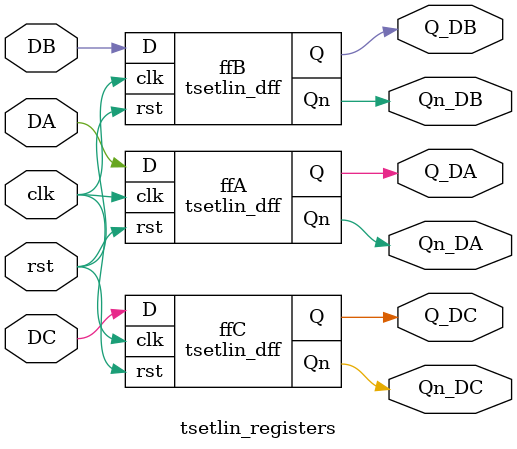
<source format=v>
`timescale 1ns / 1ps

module tsetlin_d_latch (
    input wire D,
    input wire EN,
    input wire rst,
    output wire Q,
    output wire Qn
);
    wire Dn = ~D;
    wire set_g = rst ? 1 : ~(D & EN);
    wire rst_g = rst ? 0 : ~(Dn & EN);

    assign Q  = ~(set_g & Qn);
    assign Qn = ~(rst_g & Q);
endmodule

module tsetlin_dff (
    input wire D,
    input wire clk,
    input wire rst,
    output wire Q,
    output wire Qn
);
    wire clk_n = ~clk;
    wire q_internal, qn_internal;

    tsetlin_d_latch master (.D(D),  .EN(clk_n),  .rst(rst),  .Q(q_internal), .Qn(qn_internal));
    tsetlin_d_latch slave  (.D(q_internal), .EN(clk), .rst(rst), .Q(Q),  .Qn(Qn));
endmodule

module tsetlin_registers (
    input wire clk,
    input wire DA,
    input wire DB,
    input wire DC,
    input wire rst,
    output wire Q_DA,
    output wire Q_DB,
    output wire Q_DC,
    output wire Qn_DA,
    output wire Qn_DB,
    output wire Qn_DC
);
    tsetlin_dff ffA (.D(DA), .clk(clk), .rst(rst), .Q(Q_DA), .Qn(Qn_DA));
    tsetlin_dff ffB (.D(DB), .clk(clk), .rst(rst), .Q(Q_DB), .Qn(Qn_DB));
    tsetlin_dff ffC (.D(DC), .clk(clk), .rst(rst), .Q(Q_DC), .Qn(Qn_DC));
endmodule
</source>
